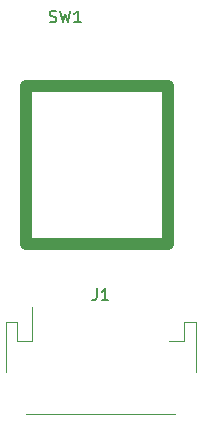
<source format=gbr>
%TF.GenerationSoftware,KiCad,Pcbnew,(5.1.6-0-10_14)*%
%TF.CreationDate,2020-07-14T22:31:58-07:00*%
%TF.ProjectId,switch_board,73776974-6368-45f6-926f-6172642e6b69,rev?*%
%TF.SameCoordinates,Original*%
%TF.FileFunction,Legend,Top*%
%TF.FilePolarity,Positive*%
%FSLAX46Y46*%
G04 Gerber Fmt 4.6, Leading zero omitted, Abs format (unit mm)*
G04 Created by KiCad (PCBNEW (5.1.6-0-10_14)) date 2020-07-14 22:31:58*
%MOMM*%
%LPD*%
G01*
G04 APERTURE LIST*
%ADD10C,1.000000*%
%ADD11C,0.120000*%
%ADD12C,0.150000*%
G04 APERTURE END LIST*
D10*
%TO.C,SW1*%
X148435000Y-64355000D02*
X148435000Y-50955000D01*
X160435000Y-64355000D02*
X148435000Y-64355000D01*
X160435000Y-50955000D02*
X160435000Y-64355000D01*
X148435000Y-50955000D02*
X160435000Y-50955000D01*
D11*
%TO.C,J1*%
X148975000Y-72525000D02*
X147700000Y-72525000D01*
X147700000Y-72525000D02*
X147700000Y-70925000D01*
X147700000Y-70925000D02*
X146700000Y-70925000D01*
X146700000Y-70925000D02*
X146700000Y-75150000D01*
X162800000Y-75150000D02*
X162800000Y-70925000D01*
X162800000Y-70925000D02*
X161800000Y-70925000D01*
X161800000Y-70925000D02*
X161800000Y-72525000D01*
X161800000Y-72525000D02*
X160525000Y-72525000D01*
X148425000Y-78725000D02*
X161075000Y-78725000D01*
X148975000Y-72525000D02*
X148975000Y-69625000D01*
%TO.C,SW1*%
D12*
X150432126Y-45509621D02*
X150574983Y-45557240D01*
X150813079Y-45557240D01*
X150908317Y-45509621D01*
X150955936Y-45462002D01*
X151003555Y-45366764D01*
X151003555Y-45271526D01*
X150955936Y-45176288D01*
X150908317Y-45128669D01*
X150813079Y-45081050D01*
X150622602Y-45033431D01*
X150527364Y-44985812D01*
X150479745Y-44938193D01*
X150432126Y-44842955D01*
X150432126Y-44747717D01*
X150479745Y-44652479D01*
X150527364Y-44604860D01*
X150622602Y-44557240D01*
X150860698Y-44557240D01*
X151003555Y-44604860D01*
X151336888Y-44557240D02*
X151574983Y-45557240D01*
X151765460Y-44842955D01*
X151955936Y-45557240D01*
X152194031Y-44557240D01*
X153098793Y-45557240D02*
X152527364Y-45557240D01*
X152813079Y-45557240D02*
X152813079Y-44557240D01*
X152717840Y-44700098D01*
X152622602Y-44795336D01*
X152527364Y-44842955D01*
%TO.C,J1*%
X154416666Y-68077380D02*
X154416666Y-68791666D01*
X154369047Y-68934523D01*
X154273809Y-69029761D01*
X154130952Y-69077380D01*
X154035714Y-69077380D01*
X155416666Y-69077380D02*
X154845238Y-69077380D01*
X155130952Y-69077380D02*
X155130952Y-68077380D01*
X155035714Y-68220238D01*
X154940476Y-68315476D01*
X154845238Y-68363095D01*
%TD*%
M02*

</source>
